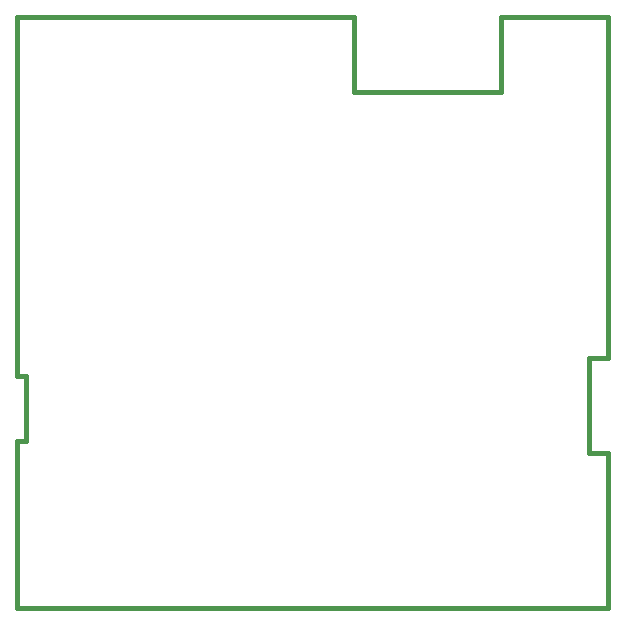
<source format=gbr>
G04 #@! TF.FileFunction,Other,User*
%FSLAX46Y46*%
G04 Gerber Fmt 4.6, Leading zero omitted, Abs format (unit mm)*
G04 Created by KiCad (PCBNEW 4.0.2-stable) date 14/07/2016 12:59:32*
%MOMM*%
G01*
G04 APERTURE LIST*
%ADD10C,0.152400*%
%ADD11C,0.381000*%
G04 APERTURE END LIST*
D10*
D11*
X126900000Y-109800000D02*
X126900000Y-80950000D01*
X125350000Y-109800000D02*
X126900000Y-109800000D01*
X125350000Y-117800000D02*
X125350000Y-109800000D01*
X126900000Y-117800000D02*
X125350000Y-117800000D01*
X126900000Y-130950000D02*
X126900000Y-117800000D01*
X76900000Y-130950000D02*
X126900000Y-130950000D01*
X76900000Y-116850000D02*
X76900000Y-130950000D01*
X77675000Y-116850000D02*
X76900000Y-116850000D01*
X77675000Y-111350000D02*
X77675000Y-116850000D01*
X76900000Y-111350000D02*
X77675000Y-111350000D01*
X76900000Y-80950000D02*
X76900000Y-111350000D01*
X105400000Y-80950000D02*
X76900000Y-80950000D01*
X105400000Y-87300000D02*
X105400000Y-80950000D01*
X117900000Y-87300000D02*
X105400000Y-87300000D01*
X117900000Y-80950000D02*
X117900000Y-87300000D01*
X126900000Y-80950000D02*
X117900000Y-80950000D01*
M02*

</source>
